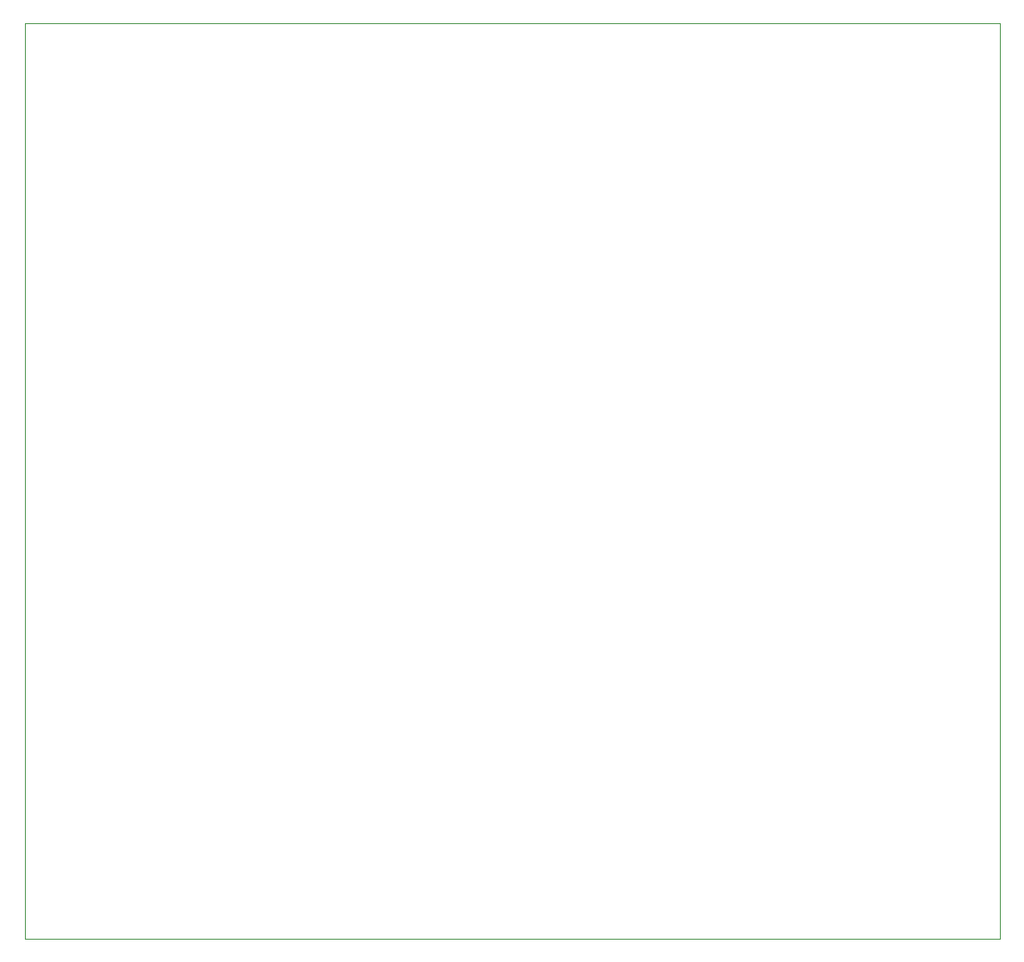
<source format=gbr>
G04 #@! TF.FileFunction,Profile,NP*
%FSLAX46Y46*%
G04 Gerber Fmt 4.6, Leading zero omitted, Abs format (unit mm)*
G04 Created by KiCad (PCBNEW 4.0.7-e2-6376~58~ubuntu16.04.1) date Fri Apr 27 15:43:48 2018*
%MOMM*%
%LPD*%
G01*
G04 APERTURE LIST*
%ADD10C,0.100000*%
G04 APERTURE END LIST*
D10*
X208390000Y-148500000D02*
X208390000Y-58330000D01*
X112500000Y-148500000D02*
X112500000Y-58330000D01*
X112500000Y-58330000D02*
X208390000Y-58330000D01*
X112500000Y-148500000D02*
X208390000Y-148500000D01*
M02*

</source>
